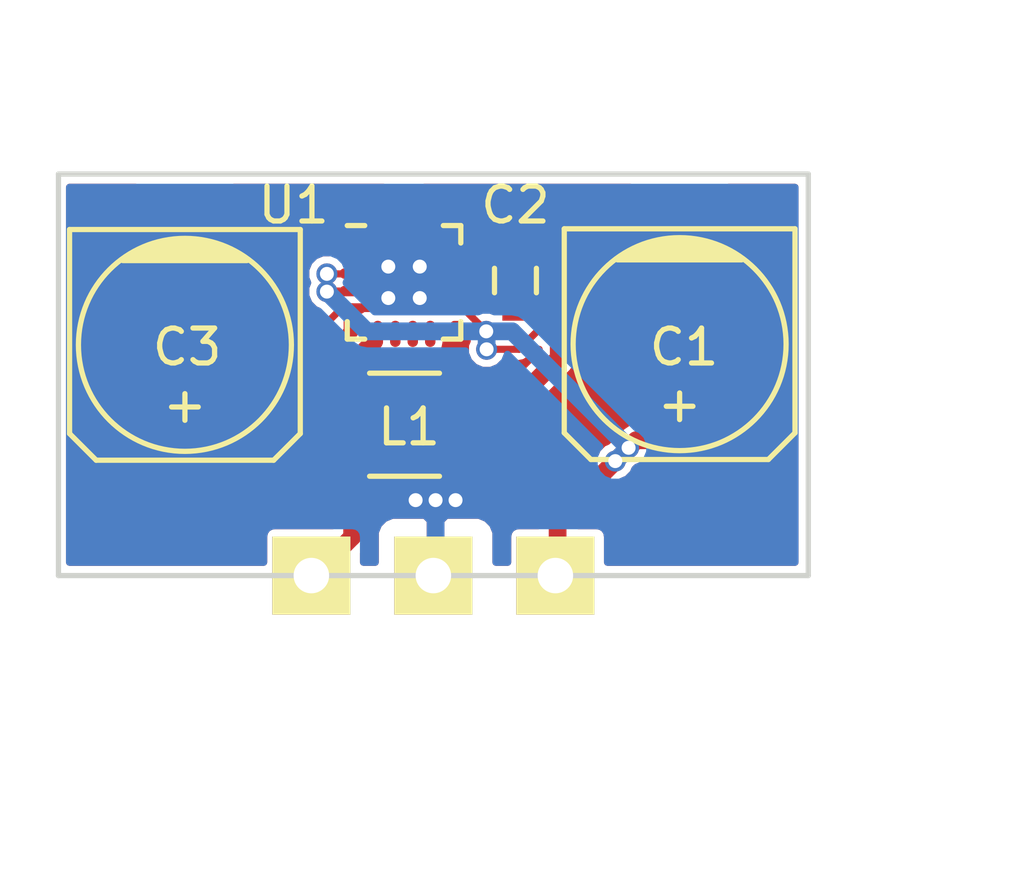
<source format=kicad_pcb>
(kicad_pcb (version 4) (host pcbnew 4.0.4+dfsg1-stable)

  (general
    (links 23)
    (no_connects 0)
    (area 140.8173 98.519 173.128715 125.064501)
    (thickness 1.6)
    (drawings 8)
    (tracks 96)
    (zones 0)
    (modules 8)
    (nets 7)
  )

  (page A4)
  (layers
    (0 F.Cu signal)
    (31 B.Cu signal)
    (32 B.Adhes user)
    (33 F.Adhes user)
    (34 B.Paste user)
    (35 F.Paste user)
    (36 B.SilkS user)
    (37 F.SilkS user)
    (38 B.Mask user)
    (39 F.Mask user)
    (40 Dwgs.User user)
    (41 Cmts.User user)
    (42 Eco1.User user)
    (43 Eco2.User user)
    (44 Edge.Cuts user)
    (45 Margin user)
    (46 B.CrtYd user)
    (47 F.CrtYd user)
    (48 B.Fab user)
    (49 F.Fab user)
  )

  (setup
    (last_trace_width 0.2032)
    (user_trace_width 0.2032)
    (user_trace_width 0.508)
    (trace_clearance 0.2032)
    (zone_clearance 0.508)
    (zone_45_only no)
    (trace_min 0.2)
    (segment_width 0.2)
    (edge_width 0.15)
    (via_size 0.6)
    (via_drill 0.4)
    (via_min_size 0.4)
    (via_min_drill 0.3)
    (uvia_size 0.3)
    (uvia_drill 0.1)
    (uvias_allowed no)
    (uvia_min_size 0)
    (uvia_min_drill 0)
    (pcb_text_width 0.3)
    (pcb_text_size 1.5 1.5)
    (mod_edge_width 0.15)
    (mod_text_size 1 1)
    (mod_text_width 0.15)
    (pad_size 0.9 0.9)
    (pad_drill 0)
    (pad_to_mask_clearance 0.2)
    (aux_axis_origin 0 0)
    (visible_elements FFFEFF7F)
    (pcbplotparams
      (layerselection 0x00030_80000001)
      (usegerberextensions false)
      (excludeedgelayer true)
      (linewidth 0.100000)
      (plotframeref false)
      (viasonmask false)
      (mode 1)
      (useauxorigin false)
      (hpglpennumber 1)
      (hpglpenspeed 20)
      (hpglpendiameter 15)
      (hpglpenoverlay 2)
      (psnegative false)
      (psa4output false)
      (plotreference true)
      (plotvalue true)
      (plotinvisibletext false)
      (padsonsilk false)
      (subtractmaskfromsilk false)
      (outputformat 1)
      (mirror false)
      (drillshape 1)
      (scaleselection 1)
      (outputdirectory ""))
  )

  (net 0 "")
  (net 1 GND)
  (net 2 "Net-(C2-Pad1)")
  (net 3 "Net-(C2-Pad2)")
  (net 4 VOUT)
  (net 5 VIN)
  (net 6 "Net-(U1-Pad8)")

  (net_class Default "This is the default net class."
    (clearance 0.2032)
    (trace_width 0.2032)
    (via_dia 0.6)
    (via_drill 0.4)
    (uvia_dia 0.3)
    (uvia_drill 0.1)
    (add_net GND)
    (add_net "Net-(C2-Pad1)")
    (add_net "Net-(C2-Pad2)")
    (add_net "Net-(U1-Pad8)")
    (add_net VIN)
    (add_net VOUT)
  )

  (module Capacitors_SMD:c_elec_6.3x5.8 (layer F.Cu) (tedit 55729627) (tstamp 59601F24)
    (at 160.401 107.86618 270)
    (descr "SMT capacitor, aluminium electrolytic, 6.3x5.8")
    (path /596029A3)
    (attr smd)
    (fp_text reference C1 (at 0.08382 -0.127 360) (layer F.SilkS)
      (effects (font (size 1 1) (thickness 0.15)))
    )
    (fp_text value 10uF (at 0 4.445 270) (layer F.Fab)
      (effects (font (size 1 1) (thickness 0.15)))
    )
    (fp_line (start -4.85 -3.65) (end 4.85 -3.7) (layer F.CrtYd) (width 0.05))
    (fp_line (start 4.85 -3.7) (end 4.85 3.65) (layer F.CrtYd) (width 0.05))
    (fp_line (start 4.85 3.65) (end -4.85 3.65) (layer F.CrtYd) (width 0.05))
    (fp_line (start -4.85 3.65) (end -4.85 -3.65) (layer F.CrtYd) (width 0.05))
    (fp_line (start -2.921 -0.762) (end -2.921 0.762) (layer F.SilkS) (width 0.15))
    (fp_line (start -2.794 1.143) (end -2.794 -1.143) (layer F.SilkS) (width 0.15))
    (fp_line (start -2.667 -1.397) (end -2.667 1.397) (layer F.SilkS) (width 0.15))
    (fp_line (start -2.54 1.651) (end -2.54 -1.651) (layer F.SilkS) (width 0.15))
    (fp_line (start -2.413 -1.778) (end -2.413 1.778) (layer F.SilkS) (width 0.15))
    (fp_line (start -3.302 -3.302) (end -3.302 3.302) (layer F.SilkS) (width 0.15))
    (fp_line (start -3.302 3.302) (end 2.54 3.302) (layer F.SilkS) (width 0.15))
    (fp_line (start 2.54 3.302) (end 3.302 2.54) (layer F.SilkS) (width 0.15))
    (fp_line (start 3.302 2.54) (end 3.302 -2.54) (layer F.SilkS) (width 0.15))
    (fp_line (start 3.302 -2.54) (end 2.54 -3.302) (layer F.SilkS) (width 0.15))
    (fp_line (start 2.54 -3.302) (end -3.302 -3.302) (layer F.SilkS) (width 0.15))
    (fp_line (start 2.159 0) (end 1.397 0) (layer F.SilkS) (width 0.15))
    (fp_line (start 1.778 -0.381) (end 1.778 0.381) (layer F.SilkS) (width 0.15))
    (fp_circle (center 0 0) (end -3.048 0) (layer F.SilkS) (width 0.15))
    (pad 1 smd rect (at 2.75082 0 270) (size 3.59918 1.6002) (layers F.Cu F.Paste F.Mask)
      (net 5 VIN))
    (pad 2 smd rect (at -2.75082 0 270) (size 3.59918 1.6002) (layers F.Cu F.Paste F.Mask)
      (net 1 GND))
    (model Capacitors_SMD.3dshapes/c_elec_6.3x5.8.wrl
      (at (xyz 0 0 0))
      (scale (xyz 1 1 1))
      (rotate (xyz 0 0 0))
    )
  )

  (module Capacitors_SMD:C_0603 (layer F.Cu) (tedit 5415D631) (tstamp 59601F2A)
    (at 155.702 106.045 270)
    (descr "Capacitor SMD 0603, reflow soldering, AVX (see smccp.pdf)")
    (tags "capacitor 0603")
    (path /5960299D)
    (attr smd)
    (fp_text reference C2 (at -2.159 0 360) (layer F.SilkS)
      (effects (font (size 1 1) (thickness 0.15)))
    )
    (fp_text value 0.1uF (at 0 1.9 270) (layer F.Fab)
      (effects (font (size 1 1) (thickness 0.15)))
    )
    (fp_line (start -1.45 -0.75) (end 1.45 -0.75) (layer F.CrtYd) (width 0.05))
    (fp_line (start -1.45 0.75) (end 1.45 0.75) (layer F.CrtYd) (width 0.05))
    (fp_line (start -1.45 -0.75) (end -1.45 0.75) (layer F.CrtYd) (width 0.05))
    (fp_line (start 1.45 -0.75) (end 1.45 0.75) (layer F.CrtYd) (width 0.05))
    (fp_line (start -0.35 -0.6) (end 0.35 -0.6) (layer F.SilkS) (width 0.15))
    (fp_line (start 0.35 0.6) (end -0.35 0.6) (layer F.SilkS) (width 0.15))
    (pad 1 smd rect (at -0.75 0 270) (size 0.8 0.75) (layers F.Cu F.Paste F.Mask)
      (net 2 "Net-(C2-Pad1)"))
    (pad 2 smd rect (at 0.75 0 270) (size 0.8 0.75) (layers F.Cu F.Paste F.Mask)
      (net 3 "Net-(C2-Pad2)"))
    (model Capacitors_SMD.3dshapes/C_0603.wrl
      (at (xyz 0 0 0))
      (scale (xyz 1 1 1))
      (rotate (xyz 0 0 0))
    )
  )

  (module Capacitors_SMD:c_elec_6.3x5.8 (layer F.Cu) (tedit 55729627) (tstamp 59601F30)
    (at 146.2405 107.8865 270)
    (descr "SMT capacitor, aluminium electrolytic, 6.3x5.8")
    (path /596029A4)
    (attr smd)
    (fp_text reference C3 (at 0.0635 -0.0635 360) (layer F.SilkS)
      (effects (font (size 1 1) (thickness 0.15)))
    )
    (fp_text value 10uF (at 0 4.445 270) (layer F.Fab)
      (effects (font (size 1 1) (thickness 0.15)))
    )
    (fp_line (start -4.85 -3.65) (end 4.85 -3.7) (layer F.CrtYd) (width 0.05))
    (fp_line (start 4.85 -3.7) (end 4.85 3.65) (layer F.CrtYd) (width 0.05))
    (fp_line (start 4.85 3.65) (end -4.85 3.65) (layer F.CrtYd) (width 0.05))
    (fp_line (start -4.85 3.65) (end -4.85 -3.65) (layer F.CrtYd) (width 0.05))
    (fp_line (start -2.921 -0.762) (end -2.921 0.762) (layer F.SilkS) (width 0.15))
    (fp_line (start -2.794 1.143) (end -2.794 -1.143) (layer F.SilkS) (width 0.15))
    (fp_line (start -2.667 -1.397) (end -2.667 1.397) (layer F.SilkS) (width 0.15))
    (fp_line (start -2.54 1.651) (end -2.54 -1.651) (layer F.SilkS) (width 0.15))
    (fp_line (start -2.413 -1.778) (end -2.413 1.778) (layer F.SilkS) (width 0.15))
    (fp_line (start -3.302 -3.302) (end -3.302 3.302) (layer F.SilkS) (width 0.15))
    (fp_line (start -3.302 3.302) (end 2.54 3.302) (layer F.SilkS) (width 0.15))
    (fp_line (start 2.54 3.302) (end 3.302 2.54) (layer F.SilkS) (width 0.15))
    (fp_line (start 3.302 2.54) (end 3.302 -2.54) (layer F.SilkS) (width 0.15))
    (fp_line (start 3.302 -2.54) (end 2.54 -3.302) (layer F.SilkS) (width 0.15))
    (fp_line (start 2.54 -3.302) (end -3.302 -3.302) (layer F.SilkS) (width 0.15))
    (fp_line (start 2.159 0) (end 1.397 0) (layer F.SilkS) (width 0.15))
    (fp_line (start 1.778 -0.381) (end 1.778 0.381) (layer F.SilkS) (width 0.15))
    (fp_circle (center 0 0) (end -3.048 0) (layer F.SilkS) (width 0.15))
    (pad 1 smd rect (at 2.75082 0 270) (size 3.59918 1.6002) (layers F.Cu F.Paste F.Mask)
      (net 4 VOUT))
    (pad 2 smd rect (at -2.75082 0 270) (size 3.59918 1.6002) (layers F.Cu F.Paste F.Mask)
      (net 1 GND))
    (model Capacitors_SMD.3dshapes/c_elec_6.3x5.8.wrl
      (at (xyz 0 0 0))
      (scale (xyz 1 1 1))
      (rotate (xyz 0 0 0))
    )
  )

  (module Capacitors_SMD:C_1210 (layer F.Cu) (tedit 5415D85D) (tstamp 59601F36)
    (at 152.527 110.1725 180)
    (descr "Capacitor SMD 1210, reflow soldering, AVX (see smccp.pdf)")
    (tags "capacitor 1210")
    (path /5960299E)
    (attr smd)
    (fp_text reference L1 (at -0.127 -0.0635 180) (layer F.SilkS)
      (effects (font (size 1 1) (thickness 0.15)))
    )
    (fp_text value 470uH (at 0 2.7 180) (layer F.Fab)
      (effects (font (size 1 1) (thickness 0.15)))
    )
    (fp_line (start -2.3 -1.6) (end 2.3 -1.6) (layer F.CrtYd) (width 0.05))
    (fp_line (start -2.3 1.6) (end 2.3 1.6) (layer F.CrtYd) (width 0.05))
    (fp_line (start -2.3 -1.6) (end -2.3 1.6) (layer F.CrtYd) (width 0.05))
    (fp_line (start 2.3 -1.6) (end 2.3 1.6) (layer F.CrtYd) (width 0.05))
    (fp_line (start 1 -1.475) (end -1 -1.475) (layer F.SilkS) (width 0.15))
    (fp_line (start -1 1.475) (end 1 1.475) (layer F.SilkS) (width 0.15))
    (pad 1 smd rect (at -1.5 0 180) (size 1 2.5) (layers F.Cu F.Paste F.Mask)
      (net 2 "Net-(C2-Pad1)"))
    (pad 2 smd rect (at 1.5 0 180) (size 1 2.5) (layers F.Cu F.Paste F.Mask)
      (net 4 VOUT))
    (model Capacitors_SMD.3dshapes/C_1210.wrl
      (at (xyz 0 0 0))
      (scale (xyz 1 1 1))
      (rotate (xyz 0 0 0))
    )
  )

  (module Housings_DFN_QFN:QFN-16-1EP_3x3mm_Pitch0.5mm (layer F.Cu) (tedit 596023D0) (tstamp 59601F53)
    (at 152.5125 106.0965)
    (descr "16-Lead Plastic Quad Flat, No Lead Package (NG) - 3x3x0.9 mm Body [QFN]; (see Microchip Packaging Specification 00000049BS.pdf)")
    (tags "QFN 0.5")
    (path /5960299C)
    (attr smd)
    (fp_text reference U1 (at -3.1605 -2.2105) (layer F.SilkS)
      (effects (font (size 1 1) (thickness 0.15)))
    )
    (fp_text value TS30011-M050QFNR (at 0 2.85) (layer F.Fab)
      (effects (font (size 1 1) (thickness 0.15)))
    )
    (fp_line (start -2.1 -2.1) (end -2.1 2.1) (layer F.CrtYd) (width 0.05))
    (fp_line (start 2.1 -2.1) (end 2.1 2.1) (layer F.CrtYd) (width 0.05))
    (fp_line (start -2.1 -2.1) (end 2.1 -2.1) (layer F.CrtYd) (width 0.05))
    (fp_line (start -2.1 2.1) (end 2.1 2.1) (layer F.CrtYd) (width 0.05))
    (fp_line (start 1.625 -1.625) (end 1.625 -1.125) (layer F.SilkS) (width 0.15))
    (fp_line (start -1.625 1.625) (end -1.625 1.125) (layer F.SilkS) (width 0.15))
    (fp_line (start 1.625 1.625) (end 1.625 1.125) (layer F.SilkS) (width 0.15))
    (fp_line (start -1.625 -1.625) (end -1.125 -1.625) (layer F.SilkS) (width 0.15))
    (fp_line (start -1.625 1.625) (end -1.125 1.625) (layer F.SilkS) (width 0.15))
    (fp_line (start 1.625 1.625) (end 1.125 1.625) (layer F.SilkS) (width 0.15))
    (fp_line (start 1.625 -1.625) (end 1.125 -1.625) (layer F.SilkS) (width 0.15))
    (pad 1 smd oval (at -1.475 -0.75) (size 0.75 0.3) (layers F.Cu F.Paste F.Mask)
      (net 2 "Net-(C2-Pad1)"))
    (pad 2 smd oval (at -1.475 -0.25) (size 0.75 0.3) (layers F.Cu F.Paste F.Mask)
      (net 5 VIN))
    (pad 3 smd oval (at -1.475 0.25) (size 0.75 0.3) (layers F.Cu F.Paste F.Mask)
      (net 5 VIN))
    (pad 4 smd oval (at -1.475 0.75) (size 0.75 0.3) (layers F.Cu F.Paste F.Mask)
      (net 1 GND))
    (pad 5 smd oval (at -0.75 1.475 90) (size 0.75 0.3) (layers F.Cu F.Paste F.Mask)
      (net 4 VOUT))
    (pad 6 smd oval (at -0.25 1.475 90) (size 0.75 0.3) (layers F.Cu F.Paste F.Mask))
    (pad 7 smd oval (at 0.25 1.475 90) (size 0.75 0.3) (layers F.Cu F.Paste F.Mask))
    (pad 8 smd oval (at 0.75 1.475 90) (size 0.75 0.3) (layers F.Cu F.Paste F.Mask)
      (net 6 "Net-(U1-Pad8)"))
    (pad 9 smd oval (at 1.475 0.75) (size 0.75 0.3) (layers F.Cu F.Paste F.Mask)
      (net 5 VIN))
    (pad 10 smd oval (at 1.475 0.25) (size 0.75 0.3) (layers F.Cu F.Paste F.Mask)
      (net 3 "Net-(C2-Pad2)"))
    (pad 11 smd oval (at 1.475 -0.25) (size 0.75 0.3) (layers F.Cu F.Paste F.Mask)
      (net 5 VIN))
    (pad 12 smd oval (at 1.475 -0.75) (size 0.75 0.3) (layers F.Cu F.Paste F.Mask)
      (net 2 "Net-(C2-Pad1)"))
    (pad 13 smd oval (at 0.75 -1.475 90) (size 0.75 0.3) (layers F.Cu F.Paste F.Mask)
      (net 2 "Net-(C2-Pad1)"))
    (pad 14 smd oval (at 0.25 -1.475 90) (size 0.75 0.3) (layers F.Cu F.Paste F.Mask)
      (net 1 GND))
    (pad 15 smd oval (at -0.25 -1.475 90) (size 0.75 0.3) (layers F.Cu F.Paste F.Mask)
      (net 1 GND))
    (pad 16 smd oval (at -0.75 -1.475 90) (size 0.75 0.3) (layers F.Cu F.Paste F.Mask)
      (net 2 "Net-(C2-Pad1)"))
    (pad 17 smd rect (at 0.45 0.45) (size 0.9 0.9) (layers F.Cu F.Paste F.Mask)
      (net 1 GND) (solder_paste_margin_ratio -0.2))
    (pad 17 smd rect (at 0.45 -0.45) (size 0.9 0.9) (layers F.Cu F.Paste F.Mask)
      (net 1 GND) (solder_paste_margin_ratio -0.2))
    (pad 17 smd rect (at -0.45 0.45) (size 0.9 0.9) (layers F.Cu F.Paste F.Mask)
      (net 1 GND) (solder_paste_margin_ratio -0.2))
    (pad 17 smd rect (at -0.45 -0.45) (size 0.9 0.9) (layers F.Cu F.Paste F.Mask)
      (net 1 GND) (solder_paste_margin_ratio -0.2))
    (model Housings_DFN_QFN.3dshapes/QFN-16-1EP_3x3mm_Pitch0.5mm.wrl
      (at (xyz 0 0 0))
      (scale (xyz 1 1 1))
      (rotate (xyz 0 0 0))
    )
  )

  (module MOD:CPAD (layer F.Cu) (tedit 59617C17) (tstamp 59602043)
    (at 156.845 114.4905)
    (descr "Through hole pin header")
    (tags "pin header")
    (path /59602DAD)
    (fp_text reference T1 (at 0 -5.1) (layer F.SilkS) hide
      (effects (font (size 1 1) (thickness 0.15)))
    )
    (fp_text value TEST_1P (at 0 -3.1) (layer F.Fab)
      (effects (font (size 1 1) (thickness 0.15)))
    )
    (fp_line (start -1.75 -1.75) (end -1.75 1.75) (layer F.CrtYd) (width 0.05))
    (fp_line (start 1.75 -1.75) (end 1.75 1.75) (layer F.CrtYd) (width 0.05))
    (fp_line (start -1.75 -1.75) (end 1.75 -1.75) (layer F.CrtYd) (width 0.05))
    (fp_line (start -1.75 1.75) (end 1.75 1.75) (layer F.CrtYd) (width 0.05))
    (pad 1 thru_hole rect (at 0 0) (size 2.2352 2.2352) (drill 1.016) (layers *.Cu *.Mask F.SilkS)
      (net 5 VIN))
    (model Pin_Headers.3dshapes/Pin_Header_Straight_1x01.wrl
      (at (xyz 0 0 0))
      (scale (xyz 1 1 1))
      (rotate (xyz 0 0 90))
    )
  )

  (module MOD:CPAD (layer F.Cu) (tedit 59617C13) (tstamp 59602048)
    (at 149.86 114.4905)
    (descr "Through hole pin header")
    (tags "pin header")
    (path /59602E70)
    (fp_text reference T2 (at 0 -5.1) (layer F.SilkS) hide
      (effects (font (size 1 1) (thickness 0.15)))
    )
    (fp_text value TEST_1P (at 0 -3.1) (layer F.Fab)
      (effects (font (size 1 1) (thickness 0.15)))
    )
    (fp_line (start -1.75 -1.75) (end -1.75 1.75) (layer F.CrtYd) (width 0.05))
    (fp_line (start 1.75 -1.75) (end 1.75 1.75) (layer F.CrtYd) (width 0.05))
    (fp_line (start -1.75 -1.75) (end 1.75 -1.75) (layer F.CrtYd) (width 0.05))
    (fp_line (start -1.75 1.75) (end 1.75 1.75) (layer F.CrtYd) (width 0.05))
    (pad 1 thru_hole rect (at 0 0) (size 2.2352 2.2352) (drill 1.016) (layers *.Cu *.Mask F.SilkS)
      (net 4 VOUT))
    (model Pin_Headers.3dshapes/Pin_Header_Straight_1x01.wrl
      (at (xyz 0 0 0))
      (scale (xyz 1 1 1))
      (rotate (xyz 0 0 90))
    )
  )

  (module MOD:CPAD (layer F.Cu) (tedit 59617C1B) (tstamp 5960204D)
    (at 153.3525 114.4905)
    (descr "Through hole pin header")
    (tags "pin header")
    (path /59602E9E)
    (fp_text reference T3 (at 0 -5.1) (layer F.SilkS) hide
      (effects (font (size 1 1) (thickness 0.15)))
    )
    (fp_text value TEST_1P (at 0 -3.1) (layer F.Fab)
      (effects (font (size 1 1) (thickness 0.15)))
    )
    (fp_line (start -1.75 -1.75) (end -1.75 1.75) (layer F.CrtYd) (width 0.05))
    (fp_line (start 1.75 -1.75) (end 1.75 1.75) (layer F.CrtYd) (width 0.05))
    (fp_line (start -1.75 -1.75) (end 1.75 -1.75) (layer F.CrtYd) (width 0.05))
    (fp_line (start -1.75 1.75) (end 1.75 1.75) (layer F.CrtYd) (width 0.05))
    (pad 1 thru_hole rect (at 0 0) (size 2.2352 2.2352) (drill 1.016) (layers *.Cu *.Mask F.SilkS)
      (net 1 GND))
    (model Pin_Headers.3dshapes/Pin_Header_Straight_1x01.wrl
      (at (xyz 0 0 0))
      (scale (xyz 1 1 1))
      (rotate (xyz 0 0 90))
    )
  )

  (dimension 3.4925 (width 0.3) (layer Eco1.User)
    (gr_text "0.1375 in" (at 151.60625 123.7145) (layer Eco1.User)
      (effects (font (size 1.5 1.5) (thickness 0.3)))
    )
    (feature1 (pts (xy 149.86 114.4905) (xy 149.86 125.0645)))
    (feature2 (pts (xy 153.3525 114.4905) (xy 153.3525 125.0645)))
    (crossbar (pts (xy 153.3525 122.3645) (xy 149.86 122.3645)))
    (arrow1a (pts (xy 149.86 122.3645) (xy 150.986504 121.778079)))
    (arrow1b (pts (xy 149.86 122.3645) (xy 150.986504 122.950921)))
    (arrow2a (pts (xy 153.3525 122.3645) (xy 152.225996 121.778079)))
    (arrow2b (pts (xy 153.3525 122.3645) (xy 152.225996 122.950921)))
  )
  (gr_line (start 142.621 102.997) (end 142.621 114.4905) (layer Edge.Cuts) (width 0.15))
  (dimension 10.7315 (width 0.3) (layer Eco1.User)
    (gr_text "0.4225 in" (at 158.71825 119.333) (layer Eco1.User)
      (effects (font (size 1.5 1.5) (thickness 0.3)))
    )
    (feature1 (pts (xy 164.084 114.4905) (xy 164.084 120.683)))
    (feature2 (pts (xy 153.3525 114.4905) (xy 153.3525 120.683)))
    (crossbar (pts (xy 153.3525 117.983) (xy 164.084 117.983)))
    (arrow1a (pts (xy 164.084 117.983) (xy 162.957496 118.569421)))
    (arrow1b (pts (xy 164.084 117.983) (xy 162.957496 117.396579)))
    (arrow2a (pts (xy 153.3525 117.983) (xy 154.479004 118.569421)))
    (arrow2b (pts (xy 153.3525 117.983) (xy 154.479004 117.396579)))
  )
  (dimension 21.463 (width 0.3) (layer Eco1.User)
    (gr_text "0.8450 in" (at 153.3525 99.869) (layer Eco1.User)
      (effects (font (size 1.5 1.5) (thickness 0.3)))
    )
    (feature1 (pts (xy 164.084 102.997) (xy 164.084 98.519)))
    (feature2 (pts (xy 142.621 102.997) (xy 142.621 98.519)))
    (crossbar (pts (xy 142.621 101.219) (xy 164.084 101.219)))
    (arrow1a (pts (xy 164.084 101.219) (xy 162.957496 101.805421)))
    (arrow1b (pts (xy 164.084 101.219) (xy 162.957496 100.632579)))
    (arrow2a (pts (xy 142.621 101.219) (xy 143.747504 101.805421)))
    (arrow2b (pts (xy 142.621 101.219) (xy 143.747504 100.632579)))
  )
  (dimension 11.4935 (width 0.3) (layer Eco1.User)
    (gr_text "0.4525 in" (at 167.593 108.74375 270) (layer Eco1.User)
      (effects (font (size 1.5 1.5) (thickness 0.3)))
    )
    (feature1 (pts (xy 164.084 114.4905) (xy 168.943 114.4905)))
    (feature2 (pts (xy 164.084 102.997) (xy 168.943 102.997)))
    (crossbar (pts (xy 166.243 102.997) (xy 166.243 114.4905)))
    (arrow1a (pts (xy 166.243 114.4905) (xy 165.656579 113.363996)))
    (arrow1b (pts (xy 166.243 114.4905) (xy 166.829421 113.363996)))
    (arrow2a (pts (xy 166.243 102.997) (xy 165.656579 104.123504)))
    (arrow2b (pts (xy 166.243 102.997) (xy 166.829421 104.123504)))
  )
  (gr_line (start 142.621 102.997) (end 164.084 102.997) (layer Edge.Cuts) (width 0.15))
  (gr_line (start 164.084 114.4905) (end 142.621 114.4905) (layer Edge.Cuts) (width 0.15))
  (gr_line (start 164.084 102.997) (end 164.084 114.4905) (layer Edge.Cuts) (width 0.15))

  (segment (start 152.8445 112.3315) (end 153.9875 112.3315) (width 0.2032) (layer F.Cu) (net 1))
  (via (at 153.9875 112.3315) (size 0.6) (drill 0.4) (layers F.Cu B.Cu) (net 1))
  (segment (start 153.416 112.3315) (end 152.8445 112.3315) (width 0.2032) (layer B.Cu) (net 1))
  (via (at 152.8445 112.3315) (size 0.6) (drill 0.4) (layers F.Cu B.Cu) (net 1))
  (segment (start 153.416 114.4905) (end 153.416 112.3315) (width 0.2032) (layer F.Cu) (net 1))
  (via (at 153.416 112.3315) (size 0.6) (drill 0.4) (layers F.Cu B.Cu) (net 1))
  (segment (start 153.416 114.4905) (end 153.416 112.522) (width 0.2032) (layer F.Cu) (net 1))
  (segment (start 153.416 112.522) (end 155.0035 112.522) (width 0.2032) (layer F.Cu) (net 1))
  (segment (start 155.0035 112.522) (end 159.512 108.0135) (width 0.2032) (layer F.Cu) (net 1))
  (segment (start 159.512 108.0135) (end 159.893 108.0135) (width 0.2032) (layer F.Cu) (net 1))
  (segment (start 159.893 108.0135) (end 160.401 107.5055) (width 0.2032) (layer F.Cu) (net 1))
  (segment (start 160.401 107.5055) (end 160.401 105.11536) (width 0.2032) (layer F.Cu) (net 1))
  (segment (start 146.304 107.6325) (end 146.2405 107.569) (width 0.2032) (layer F.Cu) (net 1))
  (segment (start 146.2405 107.569) (end 146.2405 105.13568) (width 0.2032) (layer F.Cu) (net 1))
  (segment (start 149.929606 107.6325) (end 146.304 107.6325) (width 0.2032) (layer F.Cu) (net 1))
  (segment (start 151.0375 106.8465) (end 150.715606 106.8465) (width 0.2032) (layer F.Cu) (net 1))
  (segment (start 150.715606 106.8465) (end 149.929606 107.6325) (width 0.2032) (layer F.Cu) (net 1))
  (segment (start 152.0625 106.5465) (end 152.9625 106.5465) (width 0.2032) (layer F.Cu) (net 1))
  (via (at 152.9625 106.5465) (size 0.6) (drill 0.4) (layers F.Cu B.Cu) (net 1))
  (segment (start 152.0625 105.6465) (end 152.0625 106.5465) (width 0.2032) (layer F.Cu) (net 1))
  (via (at 152.0625 106.5465) (size 0.6) (drill 0.4) (layers F.Cu B.Cu) (net 1))
  (segment (start 152.9625 105.6465) (end 152.0625 105.6465) (width 0.2032) (layer F.Cu) (net 1))
  (via (at 152.0625 105.6465) (size 0.6) (drill 0.4) (layers F.Cu B.Cu) (net 1))
  (via (at 152.9625 105.6465) (size 0.6) (drill 0.4) (layers F.Cu B.Cu) (net 1))
  (segment (start 152.7625 104.6215) (end 152.7625 105.4465) (width 0.2032) (layer F.Cu) (net 1))
  (segment (start 152.7625 105.4465) (end 152.9625 105.6465) (width 0.2032) (layer F.Cu) (net 1))
  (segment (start 152.0625 105.6465) (end 152.2625 105.4465) (width 0.2032) (layer F.Cu) (net 1))
  (segment (start 152.2625 105.4465) (end 152.2625 104.6215) (width 0.2032) (layer F.Cu) (net 1))
  (segment (start 151.0375 106.8465) (end 151.7625 106.8465) (width 0.2032) (layer F.Cu) (net 1))
  (segment (start 151.7625 106.8465) (end 152.0625 106.5465) (width 0.2032) (layer F.Cu) (net 1))
  (segment (start 152.0468 103.759) (end 152.9782 103.759) (width 0.2032) (layer F.Cu) (net 2))
  (segment (start 152.9782 103.759) (end 153.2625 104.0433) (width 0.2032) (layer F.Cu) (net 2))
  (segment (start 153.2625 104.0433) (end 153.2625 104.6215) (width 0.2032) (layer F.Cu) (net 2))
  (segment (start 151.7625 104.6215) (end 151.7625 104.0433) (width 0.2032) (layer F.Cu) (net 2))
  (segment (start 151.7625 104.0433) (end 152.0468 103.759) (width 0.2032) (layer F.Cu) (net 2))
  (segment (start 154.027 110.1725) (end 155.035 110.1725) (width 0.508) (layer F.Cu) (net 2))
  (segment (start 155.035 110.1725) (end 156.940611 108.266889) (width 0.508) (layer F.Cu) (net 2))
  (segment (start 156.940611 108.266889) (end 156.940611 105.650611) (width 0.508) (layer F.Cu) (net 2))
  (segment (start 156.940611 105.650611) (end 156.585 105.295) (width 0.508) (layer F.Cu) (net 2))
  (segment (start 156.585 105.295) (end 155.702 105.295) (width 0.508) (layer F.Cu) (net 2))
  (segment (start 153.2625 104.6215) (end 153.6157 104.6215) (width 0.2032) (layer F.Cu) (net 2))
  (segment (start 153.6157 104.6215) (end 153.9875 104.9933) (width 0.2032) (layer F.Cu) (net 2))
  (segment (start 153.9875 104.9933) (end 153.9875 105.3465) (width 0.2032) (layer F.Cu) (net 2))
  (segment (start 151.0375 105.3465) (end 151.0375 104.9933) (width 0.2032) (layer F.Cu) (net 2))
  (segment (start 151.0375 104.9933) (end 151.4093 104.6215) (width 0.2032) (layer F.Cu) (net 2))
  (segment (start 151.4093 104.6215) (end 151.7625 104.6215) (width 0.2032) (layer F.Cu) (net 2))
  (segment (start 155.702 105.295) (end 154.039 105.295) (width 0.2032) (layer F.Cu) (net 2))
  (segment (start 154.039 105.295) (end 153.9875 105.3465) (width 0.2032) (layer F.Cu) (net 2))
  (segment (start 155.702 105.32) (end 155.702 105.295) (width 0.508) (layer F.Cu) (net 2))
  (segment (start 153.9875 106.3465) (end 154.355698 106.3465) (width 0.2032) (layer F.Cu) (net 3))
  (segment (start 154.355698 106.3465) (end 154.804198 106.795) (width 0.2032) (layer F.Cu) (net 3))
  (segment (start 154.804198 106.795) (end 155.702 106.795) (width 0.2032) (layer F.Cu) (net 3))
  (segment (start 151.027 110.1725) (end 151.027 113.387) (width 0.508) (layer F.Cu) (net 4))
  (segment (start 151.027 113.387) (end 149.9235 114.4905) (width 0.508) (layer F.Cu) (net 4))
  (segment (start 151.027 110.1725) (end 146.70532 110.1725) (width 0.508) (layer F.Cu) (net 4))
  (segment (start 146.70532 110.1725) (end 146.2405 110.63732) (width 0.508) (layer F.Cu) (net 4))
  (segment (start 151.027 110.1725) (end 151.027 108.4145) (width 0.508) (layer F.Cu) (net 4))
  (segment (start 151.027 108.4145) (end 151.65529 107.78621) (width 0.508) (layer F.Cu) (net 4))
  (segment (start 151.65529 107.78621) (end 151.65529 107.5715) (width 0.508) (layer F.Cu) (net 4))
  (segment (start 156.9085 112.8649) (end 158.5595 111.2139) (width 0.508) (layer F.Cu) (net 5))
  (segment (start 158.5595 111.2139) (end 158.9405 110.8329) (width 0.508) (layer F.Cu) (net 5))
  (segment (start 158.9405 110.8329) (end 158.5595 111.2139) (width 0.508) (layer B.Cu) (net 5))
  (via (at 158.5595 111.2139) (size 0.6) (drill 0.4) (layers F.Cu B.Cu) (net 5))
  (segment (start 158.9405 110.8329) (end 159.1564 110.617) (width 0.508) (layer F.Cu) (net 5))
  (segment (start 154.865801 107.499801) (end 155.607401 107.499801) (width 0.508) (layer B.Cu) (net 5))
  (via (at 158.9405 110.8329) (size 0.6) (drill 0.4) (layers F.Cu B.Cu) (net 5))
  (segment (start 155.607401 107.499801) (end 158.9405 110.8329) (width 0.508) (layer B.Cu) (net 5))
  (segment (start 154.8765 108.0135) (end 154.8765 107.5105) (width 0.2032) (layer F.Cu) (net 5) (tstamp 59602283))
  (segment (start 154.8765 108.0135) (end 154.8765 107.5105) (width 0.508) (layer B.Cu) (net 5))
  (segment (start 154.8765 107.5105) (end 154.865801 107.499801) (width 0.2032) (layer B.Cu) (net 5))
  (segment (start 156.381801 107.438841) (end 155.807142 108.0135) (width 0.2032) (layer F.Cu) (net 5))
  (segment (start 155.807142 108.0135) (end 154.8765 108.0135) (width 0.2032) (layer F.Cu) (net 5))
  (via (at 154.8765 108.0135) (size 0.6) (drill 0.4) (layers F.Cu B.Cu) (net 5))
  (segment (start 151.0375 106.3465) (end 150.3205 106.3465) (width 0.2032) (layer F.Cu) (net 5))
  (segment (start 150.3205 106.3465) (end 150.3045 106.3625) (width 0.2032) (layer F.Cu) (net 5))
  (segment (start 150.3045 105.8545) (end 151.0295 105.8545) (width 0.2032) (layer F.Cu) (net 5))
  (segment (start 151.0295 105.8545) (end 151.0375 105.8465) (width 0.2032) (layer F.Cu) (net 5))
  (segment (start 150.3045 105.8545) (end 150.3045 106.3625) (width 0.2032) (layer F.Cu) (net 5) (tstamp 59602249))
  (segment (start 150.3045 105.8545) (end 150.3045 106.3625) (width 0.2032) (layer B.Cu) (net 5))
  (via (at 150.3045 105.8545) (size 0.6) (drill 0.4) (layers F.Cu B.Cu) (net 5))
  (segment (start 154.865801 107.499801) (end 151.441801 107.499801) (width 0.508) (layer B.Cu) (net 5))
  (segment (start 151.441801 107.499801) (end 150.3045 106.3625) (width 0.508) (layer B.Cu) (net 5))
  (via (at 150.3045 106.3625) (size 0.6) (drill 0.4) (layers F.Cu B.Cu) (net 5))
  (via (at 154.865801 107.499801) (size 0.6) (drill 0.4) (layers F.Cu B.Cu) (net 5))
  (segment (start 151.0375 105.8465) (end 151.0375 106.3465) (width 0.2032) (layer F.Cu) (net 5))
  (segment (start 156.381801 106.151159) (end 156.320841 106.090199) (width 0.2032) (layer F.Cu) (net 5))
  (segment (start 156.320841 106.090199) (end 154.809399 106.090199) (width 0.2032) (layer F.Cu) (net 5))
  (segment (start 154.809399 106.090199) (end 154.5657 105.8465) (width 0.2032) (layer F.Cu) (net 5))
  (segment (start 154.5657 105.8465) (end 153.9875 105.8465) (width 0.2032) (layer F.Cu) (net 5))
  (segment (start 153.9875 105.8465) (end 154.355698 105.8465) (width 0.2032) (layer F.Cu) (net 5))
  (segment (start 154.865801 107.499801) (end 154.2125 106.8465) (width 0.2032) (layer F.Cu) (net 5))
  (segment (start 156.381801 106.151159) (end 156.381801 107.438841) (width 0.2032) (layer F.Cu) (net 5))
  (segment (start 156.381801 107.438841) (end 156.320841 107.499801) (width 0.2032) (layer F.Cu) (net 5))
  (segment (start 154.2125 106.8465) (end 153.9875 106.8465) (width 0.2032) (layer F.Cu) (net 5))
  (segment (start 156.9085 114.4905) (end 156.9085 112.8649) (width 0.508) (layer F.Cu) (net 5))
  (segment (start 159.1564 110.617) (end 160.401 110.617) (width 0.508) (layer F.Cu) (net 5))

  (zone (net 1) (net_name GND) (layer F.Cu) (tstamp 0) (hatch edge 0.508)
    (connect_pads (clearance 0.2032))
    (min_thickness 0.2032)
    (fill yes (arc_segments 16) (thermal_gap 0.508) (thermal_bridge_width 0.508))
    (polygon
      (pts
        (xy 142.5575 102.997) (xy 164.084 102.997) (xy 164.084 114.4905) (xy 142.5575 114.4905)
      )
    )
    (filled_polygon
      (pts
        (xy 158.9913 104.81056) (xy 159.1437 104.96296) (xy 160.2486 104.96296) (xy 160.2486 104.94296) (xy 160.5534 104.94296)
        (xy 160.5534 104.96296) (xy 161.6583 104.96296) (xy 161.8107 104.81056) (xy 161.8107 103.3768) (xy 163.7042 103.3768)
        (xy 163.7042 114.1107) (xy 158.336871 114.1107) (xy 158.336871 113.3729) (xy 158.315618 113.259948) (xy 158.248863 113.156208)
        (xy 158.147007 113.086613) (xy 158.0261 113.062129) (xy 157.501533 113.062129) (xy 158.791037 111.772626) (xy 158.901644 111.726924)
        (xy 159.071926 111.556939) (xy 159.118226 111.445437) (xy 159.172037 111.391626) (xy 159.282644 111.345924) (xy 159.290129 111.338452)
        (xy 159.290129 112.41659) (xy 159.311382 112.529542) (xy 159.378137 112.633282) (xy 159.479993 112.702877) (xy 159.6009 112.727361)
        (xy 161.2011 112.727361) (xy 161.314052 112.706108) (xy 161.417792 112.639353) (xy 161.487387 112.537497) (xy 161.511871 112.41659)
        (xy 161.511871 108.81741) (xy 161.490618 108.704458) (xy 161.423863 108.600718) (xy 161.322007 108.531123) (xy 161.2011 108.506639)
        (xy 159.6009 108.506639) (xy 159.487948 108.527892) (xy 159.384208 108.594647) (xy 159.314613 108.696503) (xy 159.290129 108.81741)
        (xy 159.290129 110.0582) (xy 159.1564 110.0582) (xy 158.942557 110.100735) (xy 158.761269 110.221869) (xy 158.708964 110.274174)
        (xy 158.598356 110.319876) (xy 158.428074 110.489861) (xy 158.381774 110.601363) (xy 158.327963 110.655174) (xy 158.217356 110.700876)
        (xy 158.047074 110.870861) (xy 158.000775 110.982362) (xy 156.513369 112.469769) (xy 156.392236 112.651056) (xy 156.3497 112.8649)
        (xy 156.3497 113.062129) (xy 155.7909 113.062129) (xy 155.677948 113.083382) (xy 155.574208 113.150137) (xy 155.504613 113.251993)
        (xy 155.480129 113.3729) (xy 155.480129 114.1107) (xy 155.1432 114.1107) (xy 155.1432 113.251643) (xy 155.050394 113.027589)
        (xy 154.878911 112.856106) (xy 154.654857 112.7633) (xy 153.7208 112.7633) (xy 153.5684 112.9157) (xy 153.5684 114.1107)
        (xy 153.2636 114.1107) (xy 153.2636 112.9157) (xy 153.1112 112.7633) (xy 152.177143 112.7633) (xy 151.953089 112.856106)
        (xy 151.781606 113.027589) (xy 151.6888 113.251643) (xy 151.6888 114.1107) (xy 151.351871 114.1107) (xy 151.351871 113.852392)
        (xy 151.422132 113.782131) (xy 151.543265 113.600843) (xy 151.5858 113.387) (xy 151.5858 111.722207) (xy 151.639952 111.712018)
        (xy 151.743692 111.645263) (xy 151.813287 111.543407) (xy 151.837771 111.4225) (xy 151.837771 108.9225) (xy 151.816518 108.809548)
        (xy 151.749763 108.705808) (xy 151.647907 108.636213) (xy 151.604366 108.627396) (xy 152.036488 108.195274) (xy 152.088456 108.229998)
        (xy 152.2625 108.264618) (xy 152.436544 108.229998) (xy 152.5125 108.179246) (xy 152.588456 108.229998) (xy 152.7625 108.264618)
        (xy 152.936544 108.229998) (xy 153.0125 108.179246) (xy 153.088456 108.229998) (xy 153.2625 108.264618) (xy 153.436544 108.229998)
        (xy 153.584092 108.13141) (xy 153.68268 107.983862) (xy 153.7173 107.809818) (xy 153.7173 107.530074) (xy 153.757811 107.513294)
        (xy 153.929294 107.341811) (xy 153.946074 107.3013) (xy 154.092564 107.3013) (xy 154.261027 107.469763) (xy 154.260896 107.619575)
        (xy 154.322896 107.769628) (xy 154.271805 107.89267) (xy 154.271595 108.133274) (xy 154.363476 108.355644) (xy 154.533461 108.525926)
        (xy 154.75567 108.618195) (xy 154.996274 108.618405) (xy 155.218644 108.526524) (xy 155.325454 108.4199) (xy 155.807142 108.4199)
        (xy 155.962665 108.388965) (xy 156.09451 108.300868) (xy 156.381811 108.013567) (xy 156.381811 108.035427) (xy 154.837771 109.579467)
        (xy 154.837771 108.9225) (xy 154.816518 108.809548) (xy 154.749763 108.705808) (xy 154.647907 108.636213) (xy 154.527 108.611729)
        (xy 153.527 108.611729) (xy 153.414048 108.632982) (xy 153.310308 108.699737) (xy 153.240713 108.801593) (xy 153.216229 108.9225)
        (xy 153.216229 111.4225) (xy 153.237482 111.535452) (xy 153.304237 111.639192) (xy 153.406093 111.708787) (xy 153.527 111.733271)
        (xy 154.527 111.733271) (xy 154.639952 111.712018) (xy 154.743692 111.645263) (xy 154.813287 111.543407) (xy 154.837771 111.4225)
        (xy 154.837771 110.7313) (xy 155.035 110.7313) (xy 155.248844 110.688764) (xy 155.430131 110.567631) (xy 157.335742 108.66202)
        (xy 157.358244 108.628343) (xy 157.456875 108.480733) (xy 157.499411 108.266889) (xy 157.499411 105.650611) (xy 157.456875 105.436767)
        (xy 157.445779 105.42016) (xy 158.9913 105.42016) (xy 158.9913 107.036207) (xy 159.084106 107.260261) (xy 159.255589 107.431744)
        (xy 159.479643 107.52455) (xy 160.0962 107.52455) (xy 160.2486 107.37215) (xy 160.2486 105.26776) (xy 160.5534 105.26776)
        (xy 160.5534 107.37215) (xy 160.7058 107.52455) (xy 161.322357 107.52455) (xy 161.546411 107.431744) (xy 161.717894 107.260261)
        (xy 161.8107 107.036207) (xy 161.8107 105.42016) (xy 161.6583 105.26776) (xy 160.5534 105.26776) (xy 160.2486 105.26776)
        (xy 159.1437 105.26776) (xy 158.9913 105.42016) (xy 157.445779 105.42016) (xy 157.335742 105.25548) (xy 156.980131 104.899869)
        (xy 156.920191 104.859818) (xy 156.798844 104.778736) (xy 156.585 104.7362) (xy 156.337016 104.7362) (xy 156.299763 104.678308)
        (xy 156.197907 104.608713) (xy 156.077 104.584229) (xy 155.327 104.584229) (xy 155.214048 104.605482) (xy 155.110308 104.672237)
        (xy 155.040713 104.774093) (xy 155.017525 104.8886) (xy 154.373074 104.8886) (xy 154.362965 104.837777) (xy 154.274868 104.705932)
        (xy 153.903068 104.334132) (xy 153.897884 104.330668) (xy 153.771223 104.246035) (xy 153.686674 104.229217) (xy 153.68268 104.209138)
        (xy 153.6689 104.188515) (xy 153.6689 104.0433) (xy 153.637965 103.887777) (xy 153.549868 103.755932) (xy 153.265568 103.471632)
        (xy 153.133723 103.383535) (xy 153.099863 103.3768) (xy 158.9913 103.3768)
      )
    )
    (filled_polygon
      (pts
        (xy 144.8308 104.83088) (xy 144.9832 104.98328) (xy 146.0881 104.98328) (xy 146.0881 104.96328) (xy 146.3929 104.96328)
        (xy 146.3929 104.98328) (xy 147.4978 104.98328) (xy 147.6502 104.83088) (xy 147.6502 103.3768) (xy 151.925137 103.3768)
        (xy 151.891277 103.383535) (xy 151.759432 103.471632) (xy 151.475132 103.755932) (xy 151.387035 103.887777) (xy 151.3561 104.0433)
        (xy 151.3561 104.188515) (xy 151.34232 104.209138) (xy 151.338326 104.229217) (xy 151.253777 104.246035) (xy 151.127116 104.330668)
        (xy 151.121932 104.334132) (xy 150.750132 104.705932) (xy 150.662035 104.837777) (xy 150.645217 104.922326) (xy 150.625138 104.92632)
        (xy 150.47759 105.024908) (xy 150.379002 105.172456) (xy 150.363627 105.249751) (xy 150.184726 105.249595) (xy 149.962356 105.341476)
        (xy 149.792074 105.511461) (xy 149.699805 105.73367) (xy 149.699595 105.974274) (xy 149.755079 106.108556) (xy 149.699805 106.24167)
        (xy 149.699595 106.482274) (xy 149.791476 106.704644) (xy 149.961461 106.874926) (xy 150.0529 106.912895) (xy 150.0529 106.998902)
        (xy 150.122669 106.998902) (xy 150.077651 107.038824) (xy 150.083798 107.096108) (xy 150.234788 107.35597) (xy 150.47373 107.53827)
        (xy 150.764246 107.615254) (xy 150.8851 107.460938) (xy 150.8851 106.9215) (xy 150.8651 106.9215) (xy 150.8651 106.8013)
        (xy 151.0529 106.8013) (xy 151.0029 106.8513) (xy 151.0029 107.117757) (xy 151.095706 107.341811) (xy 151.134468 107.380573)
        (xy 151.10065 107.550588) (xy 150.631869 108.019369) (xy 150.510736 108.200656) (xy 150.4682 108.4145) (xy 150.4682 108.622793)
        (xy 150.414048 108.632982) (xy 150.310308 108.699737) (xy 150.240713 108.801593) (xy 150.216229 108.9225) (xy 150.216229 109.6137)
        (xy 147.351371 109.6137) (xy 147.351371 108.83773) (xy 147.330118 108.724778) (xy 147.263363 108.621038) (xy 147.161507 108.551443)
        (xy 147.0406 108.526959) (xy 145.4404 108.526959) (xy 145.327448 108.548212) (xy 145.223708 108.614967) (xy 145.154113 108.716823)
        (xy 145.129629 108.83773) (xy 145.129629 112.43691) (xy 145.150882 112.549862) (xy 145.217637 112.653602) (xy 145.319493 112.723197)
        (xy 145.4404 112.747681) (xy 147.0406 112.747681) (xy 147.153552 112.726428) (xy 147.257292 112.659673) (xy 147.326887 112.557817)
        (xy 147.351371 112.43691) (xy 147.351371 110.7313) (xy 150.216229 110.7313) (xy 150.216229 111.4225) (xy 150.237482 111.535452)
        (xy 150.304237 111.639192) (xy 150.406093 111.708787) (xy 150.4682 111.721364) (xy 150.4682 113.062129) (xy 148.8059 113.062129)
        (xy 148.692948 113.083382) (xy 148.589208 113.150137) (xy 148.519613 113.251993) (xy 148.495129 113.3729) (xy 148.495129 114.1107)
        (xy 142.9373 114.1107) (xy 142.9373 105.44048) (xy 144.8308 105.44048) (xy 144.8308 107.056527) (xy 144.923606 107.280581)
        (xy 145.095089 107.452064) (xy 145.319143 107.54487) (xy 145.9357 107.54487) (xy 146.0881 107.39247) (xy 146.0881 105.28808)
        (xy 146.3929 105.28808) (xy 146.3929 107.39247) (xy 146.5453 107.54487) (xy 147.161857 107.54487) (xy 147.385911 107.452064)
        (xy 147.557394 107.280581) (xy 147.6502 107.056527) (xy 147.6502 105.44048) (xy 147.4978 105.28808) (xy 146.3929 105.28808)
        (xy 146.0881 105.28808) (xy 144.9832 105.28808) (xy 144.8308 105.44048) (xy 142.9373 105.44048) (xy 142.9373 103.3768)
        (xy 144.8308 103.3768)
      )
    )
  )
  (zone (net 1) (net_name GND) (layer B.Cu) (tstamp 0) (hatch edge 0.508)
    (connect_pads (clearance 0.2032))
    (min_thickness 0.2032)
    (fill yes (arc_segments 16) (thermal_gap 0.508) (thermal_bridge_width 0.508))
    (polygon
      (pts
        (xy 142.5575 102.997) (xy 164.084 102.997) (xy 164.084 114.4905) (xy 142.5575 114.4905)
      )
    )
    (filled_polygon
      (pts
        (xy 163.7042 114.1107) (xy 158.336871 114.1107) (xy 158.336871 113.3729) (xy 158.315618 113.259948) (xy 158.248863 113.156208)
        (xy 158.147007 113.086613) (xy 158.0261 113.062129) (xy 155.7909 113.062129) (xy 155.677948 113.083382) (xy 155.574208 113.150137)
        (xy 155.504613 113.251993) (xy 155.480129 113.3729) (xy 155.480129 114.1107) (xy 155.1432 114.1107) (xy 155.1432 113.251643)
        (xy 155.050394 113.027589) (xy 154.878911 112.856106) (xy 154.654857 112.7633) (xy 153.7208 112.7633) (xy 153.5684 112.9157)
        (xy 153.5684 114.1107) (xy 153.2636 114.1107) (xy 153.2636 112.9157) (xy 153.1112 112.7633) (xy 152.177143 112.7633)
        (xy 151.953089 112.856106) (xy 151.781606 113.027589) (xy 151.6888 113.251643) (xy 151.6888 114.1107) (xy 151.351871 114.1107)
        (xy 151.351871 113.3729) (xy 151.330618 113.259948) (xy 151.263863 113.156208) (xy 151.162007 113.086613) (xy 151.0411 113.062129)
        (xy 148.8059 113.062129) (xy 148.692948 113.083382) (xy 148.589208 113.150137) (xy 148.519613 113.251993) (xy 148.495129 113.3729)
        (xy 148.495129 114.1107) (xy 142.9373 114.1107) (xy 142.9373 105.974274) (xy 149.699595 105.974274) (xy 149.755079 106.108556)
        (xy 149.699805 106.24167) (xy 149.699595 106.482274) (xy 149.791476 106.704644) (xy 149.961461 106.874926) (xy 150.072964 106.921226)
        (xy 151.046669 107.894932) (xy 151.222213 108.012227) (xy 151.227957 108.016065) (xy 151.441801 108.058601) (xy 154.27166 108.058601)
        (xy 154.271595 108.133274) (xy 154.363476 108.355644) (xy 154.533461 108.525926) (xy 154.75567 108.618195) (xy 154.996274 108.618405)
        (xy 155.218644 108.526524) (xy 155.388926 108.356539) (xy 155.472532 108.155194) (xy 158.117698 110.80036) (xy 158.047074 110.870861)
        (xy 157.954805 111.09307) (xy 157.954595 111.333674) (xy 158.046476 111.556044) (xy 158.216461 111.726326) (xy 158.43867 111.818595)
        (xy 158.679274 111.818805) (xy 158.901644 111.726924) (xy 159.071926 111.556939) (xy 159.118226 111.445437) (xy 159.172037 111.391626)
        (xy 159.282644 111.345924) (xy 159.452926 111.175939) (xy 159.545195 110.95373) (xy 159.545405 110.713126) (xy 159.453524 110.490756)
        (xy 159.283539 110.320474) (xy 159.172036 110.274174) (xy 156.002532 107.10467) (xy 155.985667 107.093401) (xy 155.821245 106.983537)
        (xy 155.607401 106.941001) (xy 155.097159 106.941001) (xy 154.986631 106.895106) (xy 154.746027 106.894896) (xy 154.634444 106.941001)
        (xy 151.673264 106.941001) (xy 150.863226 106.130964) (xy 150.853921 106.108444) (xy 150.909195 105.97533) (xy 150.909405 105.734726)
        (xy 150.817524 105.512356) (xy 150.647539 105.342074) (xy 150.42533 105.249805) (xy 150.184726 105.249595) (xy 149.962356 105.341476)
        (xy 149.792074 105.511461) (xy 149.699805 105.73367) (xy 149.699595 105.974274) (xy 142.9373 105.974274) (xy 142.9373 103.3768)
        (xy 163.7042 103.3768)
      )
    )
  )
)

</source>
